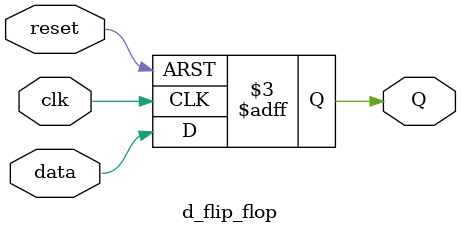
<source format=v>
module d_flip_flop(data, reset, clk, Q);
	// Inputs
	input data, reset, clk;
	
	// Outputs
	output reg Q;
		
	always @(posedge clk or posedge reset) begin
		if (reset == 1'b1) begin
			Q <= 1'b0;
		end else begin
			Q <= data;
		end
	end
endmodule

</source>
